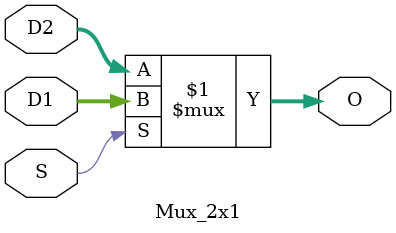
<source format=v>
`timescale 1ns / 1ps


module Mux_2x1(
    input S,
    input [15:0] D1,
    input [15:0] D2,
    output [15:0] O
    );
    
    assign O = (S) ? D1 : D2;
endmodule

</source>
